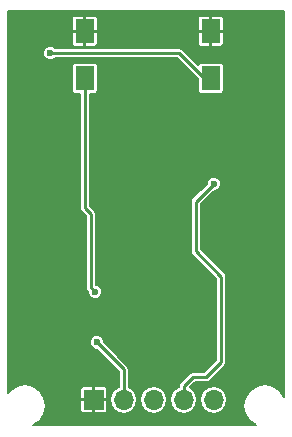
<source format=gbr>
G04 #@! TF.FileFunction,Copper,L2,Bot,Signal*
%FSLAX46Y46*%
G04 Gerber Fmt 4.6, Leading zero omitted, Abs format (unit mm)*
G04 Created by KiCad (PCBNEW 4.0.4-stable) date 04/19/19 18:38:00*
%MOMM*%
%LPD*%
G01*
G04 APERTURE LIST*
%ADD10C,0.100000*%
%ADD11R,1.600000X2.000000*%
%ADD12R,1.700000X1.700000*%
%ADD13O,1.700000X1.700000*%
%ADD14C,0.600000*%
%ADD15C,0.250000*%
%ADD16C,0.200000*%
G04 APERTURE END LIST*
D10*
D11*
X107188000Y-71850000D03*
X107188000Y-67850000D03*
X117856000Y-71850000D03*
X117856000Y-67850000D03*
D12*
X107950000Y-99060000D03*
D13*
X110490000Y-99060000D03*
X113030000Y-99060000D03*
X115570000Y-99060000D03*
X118110000Y-99060000D03*
D14*
X108077000Y-89916000D03*
X107061000Y-71755000D03*
X117348000Y-94202000D03*
X112776000Y-90170000D03*
X117729000Y-67691000D03*
X107188000Y-67691000D03*
X108204000Y-94202000D03*
X104267000Y-69723000D03*
X118110000Y-80772000D03*
D15*
X107188000Y-71850000D02*
X107188000Y-82804000D01*
X107696000Y-89535000D02*
X108077000Y-89916000D01*
X107696000Y-83312000D02*
X107696000Y-89535000D01*
X107188000Y-82804000D02*
X107696000Y-83312000D01*
X107061000Y-71755000D02*
X107156000Y-71850000D01*
X107156000Y-71850000D02*
X107188000Y-71850000D01*
X112776000Y-92075000D02*
X112776000Y-90170000D01*
X112903000Y-92202000D02*
X112776000Y-92075000D01*
X115348000Y-92202000D02*
X112903000Y-92202000D01*
X117348000Y-94202000D02*
X115348000Y-92202000D01*
X117729000Y-67691000D02*
X117856000Y-67818000D01*
X117856000Y-67818000D02*
X117856000Y-67850000D01*
X107188000Y-67691000D02*
X107188000Y-67850000D01*
X107188000Y-67850000D02*
X117856000Y-67850000D01*
X110490000Y-96488000D02*
X110490000Y-99060000D01*
X108204000Y-94202000D02*
X110490000Y-96488000D01*
X117856000Y-71850000D02*
X117316000Y-71850000D01*
X117316000Y-71850000D02*
X115189000Y-69723000D01*
X115189000Y-69723000D02*
X104267000Y-69723000D01*
X115570000Y-97917000D02*
X115570000Y-99060000D01*
X116332000Y-97155000D02*
X115570000Y-97917000D01*
X117475000Y-97155000D02*
X116332000Y-97155000D01*
X118745000Y-95885000D02*
X117475000Y-97155000D01*
X118745000Y-88646000D02*
X118745000Y-95885000D01*
X116586000Y-86487000D02*
X118745000Y-88646000D01*
X116586000Y-82296000D02*
X116586000Y-86487000D01*
X118110000Y-80772000D02*
X116586000Y-82296000D01*
D16*
G36*
X124085000Y-98849311D02*
X123709165Y-98286835D01*
X123121362Y-97894077D01*
X122428000Y-97756159D01*
X121734638Y-97894077D01*
X121146835Y-98286835D01*
X120754077Y-98874638D01*
X120616159Y-99568000D01*
X120754077Y-100261362D01*
X121146835Y-100849165D01*
X121709311Y-101225000D01*
X102826689Y-101225000D01*
X103389165Y-100849165D01*
X103781923Y-100261362D01*
X103919841Y-99568000D01*
X103843658Y-99185000D01*
X106800000Y-99185000D01*
X106800000Y-99969674D01*
X106845672Y-100079937D01*
X106930064Y-100164328D01*
X107040327Y-100210000D01*
X107825000Y-100210000D01*
X107900000Y-100135000D01*
X107900000Y-99110000D01*
X108000000Y-99110000D01*
X108000000Y-100135000D01*
X108075000Y-100210000D01*
X108859673Y-100210000D01*
X108969936Y-100164328D01*
X109054328Y-100079937D01*
X109100000Y-99969674D01*
X109100000Y-99185000D01*
X109025000Y-99110000D01*
X108000000Y-99110000D01*
X107900000Y-99110000D01*
X106875000Y-99110000D01*
X106800000Y-99185000D01*
X103843658Y-99185000D01*
X103781923Y-98874638D01*
X103389165Y-98286835D01*
X103184866Y-98150326D01*
X106800000Y-98150326D01*
X106800000Y-98935000D01*
X106875000Y-99010000D01*
X107900000Y-99010000D01*
X107900000Y-97985000D01*
X108000000Y-97985000D01*
X108000000Y-99010000D01*
X109025000Y-99010000D01*
X109100000Y-98935000D01*
X109100000Y-98150326D01*
X109054328Y-98040063D01*
X108969936Y-97955672D01*
X108859673Y-97910000D01*
X108075000Y-97910000D01*
X108000000Y-97985000D01*
X107900000Y-97985000D01*
X107825000Y-97910000D01*
X107040327Y-97910000D01*
X106930064Y-97955672D01*
X106845672Y-98040063D01*
X106800000Y-98150326D01*
X103184866Y-98150326D01*
X102801362Y-97894077D01*
X102108000Y-97756159D01*
X101414638Y-97894077D01*
X100826835Y-98286835D01*
X100705000Y-98469174D01*
X100705000Y-94320824D01*
X107603896Y-94320824D01*
X107695048Y-94541429D01*
X107863683Y-94710359D01*
X108084129Y-94801896D01*
X108202959Y-94802000D01*
X110065000Y-96664041D01*
X110065000Y-97972008D01*
X110049914Y-97975009D01*
X109676827Y-98224297D01*
X109427539Y-98597384D01*
X109340000Y-99037470D01*
X109340000Y-99082530D01*
X109427539Y-99522616D01*
X109676827Y-99895703D01*
X110049914Y-100144991D01*
X110490000Y-100232530D01*
X110930086Y-100144991D01*
X111303173Y-99895703D01*
X111552461Y-99522616D01*
X111640000Y-99082530D01*
X111640000Y-99037470D01*
X111880000Y-99037470D01*
X111880000Y-99082530D01*
X111967539Y-99522616D01*
X112216827Y-99895703D01*
X112589914Y-100144991D01*
X113030000Y-100232530D01*
X113470086Y-100144991D01*
X113843173Y-99895703D01*
X114092461Y-99522616D01*
X114180000Y-99082530D01*
X114180000Y-99037470D01*
X114420000Y-99037470D01*
X114420000Y-99082530D01*
X114507539Y-99522616D01*
X114756827Y-99895703D01*
X115129914Y-100144991D01*
X115570000Y-100232530D01*
X116010086Y-100144991D01*
X116383173Y-99895703D01*
X116632461Y-99522616D01*
X116720000Y-99082530D01*
X116720000Y-99037470D01*
X116960000Y-99037470D01*
X116960000Y-99082530D01*
X117047539Y-99522616D01*
X117296827Y-99895703D01*
X117669914Y-100144991D01*
X118110000Y-100232530D01*
X118550086Y-100144991D01*
X118923173Y-99895703D01*
X119172461Y-99522616D01*
X119260000Y-99082530D01*
X119260000Y-99037470D01*
X119172461Y-98597384D01*
X118923173Y-98224297D01*
X118550086Y-97975009D01*
X118110000Y-97887470D01*
X117669914Y-97975009D01*
X117296827Y-98224297D01*
X117047539Y-98597384D01*
X116960000Y-99037470D01*
X116720000Y-99037470D01*
X116632461Y-98597384D01*
X116383173Y-98224297D01*
X116071797Y-98016243D01*
X116508041Y-97580000D01*
X117475000Y-97580000D01*
X117610657Y-97553016D01*
X117637641Y-97547649D01*
X117775520Y-97455520D01*
X119045520Y-96185521D01*
X119107078Y-96093392D01*
X119137649Y-96047640D01*
X119170000Y-95885000D01*
X119170000Y-88646000D01*
X119137649Y-88483360D01*
X119137649Y-88483359D01*
X119045520Y-88345480D01*
X117011000Y-86310960D01*
X117011000Y-82472040D01*
X118111039Y-81372001D01*
X118228824Y-81372104D01*
X118449429Y-81280952D01*
X118618359Y-81112317D01*
X118709896Y-80891871D01*
X118710104Y-80653176D01*
X118618952Y-80432571D01*
X118450317Y-80263641D01*
X118229871Y-80172104D01*
X117991176Y-80171896D01*
X117770571Y-80263048D01*
X117601641Y-80431683D01*
X117510104Y-80652129D01*
X117510000Y-80770959D01*
X116285480Y-81995480D01*
X116193351Y-82133359D01*
X116193351Y-82133360D01*
X116161000Y-82296000D01*
X116161000Y-86487000D01*
X116187984Y-86622657D01*
X116193351Y-86649641D01*
X116285480Y-86787520D01*
X118320000Y-88822040D01*
X118320000Y-95708959D01*
X117298960Y-96730000D01*
X116332000Y-96730000D01*
X116169359Y-96762351D01*
X116031480Y-96854479D01*
X115269480Y-97616480D01*
X115177351Y-97754359D01*
X115177351Y-97754360D01*
X115145000Y-97917000D01*
X115145000Y-97972008D01*
X115129914Y-97975009D01*
X114756827Y-98224297D01*
X114507539Y-98597384D01*
X114420000Y-99037470D01*
X114180000Y-99037470D01*
X114092461Y-98597384D01*
X113843173Y-98224297D01*
X113470086Y-97975009D01*
X113030000Y-97887470D01*
X112589914Y-97975009D01*
X112216827Y-98224297D01*
X111967539Y-98597384D01*
X111880000Y-99037470D01*
X111640000Y-99037470D01*
X111552461Y-98597384D01*
X111303173Y-98224297D01*
X110930086Y-97975009D01*
X110915000Y-97972008D01*
X110915000Y-96488000D01*
X110882649Y-96325360D01*
X110850769Y-96277649D01*
X110790520Y-96187479D01*
X108804001Y-94200961D01*
X108804104Y-94083176D01*
X108712952Y-93862571D01*
X108544317Y-93693641D01*
X108323871Y-93602104D01*
X108085176Y-93601896D01*
X107864571Y-93693048D01*
X107695641Y-93861683D01*
X107604104Y-94082129D01*
X107603896Y-94320824D01*
X100705000Y-94320824D01*
X100705000Y-70850000D01*
X106082123Y-70850000D01*
X106082123Y-72850000D01*
X106103042Y-72961173D01*
X106168745Y-73063279D01*
X106268997Y-73131778D01*
X106388000Y-73155877D01*
X106763000Y-73155877D01*
X106763000Y-82804000D01*
X106779510Y-82887000D01*
X106795351Y-82966641D01*
X106887480Y-83104520D01*
X107271000Y-83488041D01*
X107271000Y-89535000D01*
X107297984Y-89670657D01*
X107303351Y-89697641D01*
X107395480Y-89835520D01*
X107476999Y-89917039D01*
X107476896Y-90034824D01*
X107568048Y-90255429D01*
X107736683Y-90424359D01*
X107957129Y-90515896D01*
X108195824Y-90516104D01*
X108416429Y-90424952D01*
X108585359Y-90256317D01*
X108676896Y-90035871D01*
X108677104Y-89797176D01*
X108585952Y-89576571D01*
X108417317Y-89407641D01*
X108196871Y-89316104D01*
X108121000Y-89316038D01*
X108121000Y-83312000D01*
X108088649Y-83149360D01*
X108058078Y-83103608D01*
X107996520Y-83011479D01*
X107613000Y-82627960D01*
X107613000Y-73155877D01*
X107988000Y-73155877D01*
X108099173Y-73134958D01*
X108201279Y-73069255D01*
X108269778Y-72969003D01*
X108293877Y-72850000D01*
X108293877Y-70850000D01*
X108272958Y-70738827D01*
X108207255Y-70636721D01*
X108107003Y-70568222D01*
X107988000Y-70544123D01*
X106388000Y-70544123D01*
X106276827Y-70565042D01*
X106174721Y-70630745D01*
X106106222Y-70730997D01*
X106082123Y-70850000D01*
X100705000Y-70850000D01*
X100705000Y-69841824D01*
X103666896Y-69841824D01*
X103758048Y-70062429D01*
X103926683Y-70231359D01*
X104147129Y-70322896D01*
X104385824Y-70323104D01*
X104606429Y-70231952D01*
X104690528Y-70148000D01*
X115012960Y-70148000D01*
X116750123Y-71885164D01*
X116750123Y-72850000D01*
X116771042Y-72961173D01*
X116836745Y-73063279D01*
X116936997Y-73131778D01*
X117056000Y-73155877D01*
X118656000Y-73155877D01*
X118767173Y-73134958D01*
X118869279Y-73069255D01*
X118937778Y-72969003D01*
X118961877Y-72850000D01*
X118961877Y-70850000D01*
X118940958Y-70738827D01*
X118875255Y-70636721D01*
X118775003Y-70568222D01*
X118656000Y-70544123D01*
X117056000Y-70544123D01*
X116944827Y-70565042D01*
X116842721Y-70630745D01*
X116783889Y-70716849D01*
X115489520Y-69422480D01*
X115351641Y-69330351D01*
X115324657Y-69324984D01*
X115189000Y-69298000D01*
X104690530Y-69298000D01*
X104607317Y-69214641D01*
X104386871Y-69123104D01*
X104148176Y-69122896D01*
X103927571Y-69214048D01*
X103758641Y-69382683D01*
X103667104Y-69603129D01*
X103666896Y-69841824D01*
X100705000Y-69841824D01*
X100705000Y-67975000D01*
X106088000Y-67975000D01*
X106088000Y-68909674D01*
X106133672Y-69019937D01*
X106218064Y-69104328D01*
X106328327Y-69150000D01*
X107063000Y-69150000D01*
X107138000Y-69075000D01*
X107138000Y-67900000D01*
X107238000Y-67900000D01*
X107238000Y-69075000D01*
X107313000Y-69150000D01*
X108047673Y-69150000D01*
X108157936Y-69104328D01*
X108242328Y-69019937D01*
X108288000Y-68909674D01*
X108288000Y-67975000D01*
X116756000Y-67975000D01*
X116756000Y-68909674D01*
X116801672Y-69019937D01*
X116886064Y-69104328D01*
X116996327Y-69150000D01*
X117731000Y-69150000D01*
X117806000Y-69075000D01*
X117806000Y-67900000D01*
X117906000Y-67900000D01*
X117906000Y-69075000D01*
X117981000Y-69150000D01*
X118715673Y-69150000D01*
X118825936Y-69104328D01*
X118910328Y-69019937D01*
X118956000Y-68909674D01*
X118956000Y-67975000D01*
X118881000Y-67900000D01*
X117906000Y-67900000D01*
X117806000Y-67900000D01*
X116831000Y-67900000D01*
X116756000Y-67975000D01*
X108288000Y-67975000D01*
X108213000Y-67900000D01*
X107238000Y-67900000D01*
X107138000Y-67900000D01*
X106163000Y-67900000D01*
X106088000Y-67975000D01*
X100705000Y-67975000D01*
X100705000Y-66790326D01*
X106088000Y-66790326D01*
X106088000Y-67725000D01*
X106163000Y-67800000D01*
X107138000Y-67800000D01*
X107138000Y-66625000D01*
X107238000Y-66625000D01*
X107238000Y-67800000D01*
X108213000Y-67800000D01*
X108288000Y-67725000D01*
X108288000Y-66790326D01*
X116756000Y-66790326D01*
X116756000Y-67725000D01*
X116831000Y-67800000D01*
X117806000Y-67800000D01*
X117806000Y-66625000D01*
X117906000Y-66625000D01*
X117906000Y-67800000D01*
X118881000Y-67800000D01*
X118956000Y-67725000D01*
X118956000Y-66790326D01*
X118910328Y-66680063D01*
X118825936Y-66595672D01*
X118715673Y-66550000D01*
X117981000Y-66550000D01*
X117906000Y-66625000D01*
X117806000Y-66625000D01*
X117731000Y-66550000D01*
X116996327Y-66550000D01*
X116886064Y-66595672D01*
X116801672Y-66680063D01*
X116756000Y-66790326D01*
X108288000Y-66790326D01*
X108242328Y-66680063D01*
X108157936Y-66595672D01*
X108047673Y-66550000D01*
X107313000Y-66550000D01*
X107238000Y-66625000D01*
X107138000Y-66625000D01*
X107063000Y-66550000D01*
X106328327Y-66550000D01*
X106218064Y-66595672D01*
X106133672Y-66680063D01*
X106088000Y-66790326D01*
X100705000Y-66790326D01*
X100705000Y-66140000D01*
X124085000Y-66140000D01*
X124085000Y-98849311D01*
X124085000Y-98849311D01*
G37*
X124085000Y-98849311D02*
X123709165Y-98286835D01*
X123121362Y-97894077D01*
X122428000Y-97756159D01*
X121734638Y-97894077D01*
X121146835Y-98286835D01*
X120754077Y-98874638D01*
X120616159Y-99568000D01*
X120754077Y-100261362D01*
X121146835Y-100849165D01*
X121709311Y-101225000D01*
X102826689Y-101225000D01*
X103389165Y-100849165D01*
X103781923Y-100261362D01*
X103919841Y-99568000D01*
X103843658Y-99185000D01*
X106800000Y-99185000D01*
X106800000Y-99969674D01*
X106845672Y-100079937D01*
X106930064Y-100164328D01*
X107040327Y-100210000D01*
X107825000Y-100210000D01*
X107900000Y-100135000D01*
X107900000Y-99110000D01*
X108000000Y-99110000D01*
X108000000Y-100135000D01*
X108075000Y-100210000D01*
X108859673Y-100210000D01*
X108969936Y-100164328D01*
X109054328Y-100079937D01*
X109100000Y-99969674D01*
X109100000Y-99185000D01*
X109025000Y-99110000D01*
X108000000Y-99110000D01*
X107900000Y-99110000D01*
X106875000Y-99110000D01*
X106800000Y-99185000D01*
X103843658Y-99185000D01*
X103781923Y-98874638D01*
X103389165Y-98286835D01*
X103184866Y-98150326D01*
X106800000Y-98150326D01*
X106800000Y-98935000D01*
X106875000Y-99010000D01*
X107900000Y-99010000D01*
X107900000Y-97985000D01*
X108000000Y-97985000D01*
X108000000Y-99010000D01*
X109025000Y-99010000D01*
X109100000Y-98935000D01*
X109100000Y-98150326D01*
X109054328Y-98040063D01*
X108969936Y-97955672D01*
X108859673Y-97910000D01*
X108075000Y-97910000D01*
X108000000Y-97985000D01*
X107900000Y-97985000D01*
X107825000Y-97910000D01*
X107040327Y-97910000D01*
X106930064Y-97955672D01*
X106845672Y-98040063D01*
X106800000Y-98150326D01*
X103184866Y-98150326D01*
X102801362Y-97894077D01*
X102108000Y-97756159D01*
X101414638Y-97894077D01*
X100826835Y-98286835D01*
X100705000Y-98469174D01*
X100705000Y-94320824D01*
X107603896Y-94320824D01*
X107695048Y-94541429D01*
X107863683Y-94710359D01*
X108084129Y-94801896D01*
X108202959Y-94802000D01*
X110065000Y-96664041D01*
X110065000Y-97972008D01*
X110049914Y-97975009D01*
X109676827Y-98224297D01*
X109427539Y-98597384D01*
X109340000Y-99037470D01*
X109340000Y-99082530D01*
X109427539Y-99522616D01*
X109676827Y-99895703D01*
X110049914Y-100144991D01*
X110490000Y-100232530D01*
X110930086Y-100144991D01*
X111303173Y-99895703D01*
X111552461Y-99522616D01*
X111640000Y-99082530D01*
X111640000Y-99037470D01*
X111880000Y-99037470D01*
X111880000Y-99082530D01*
X111967539Y-99522616D01*
X112216827Y-99895703D01*
X112589914Y-100144991D01*
X113030000Y-100232530D01*
X113470086Y-100144991D01*
X113843173Y-99895703D01*
X114092461Y-99522616D01*
X114180000Y-99082530D01*
X114180000Y-99037470D01*
X114420000Y-99037470D01*
X114420000Y-99082530D01*
X114507539Y-99522616D01*
X114756827Y-99895703D01*
X115129914Y-100144991D01*
X115570000Y-100232530D01*
X116010086Y-100144991D01*
X116383173Y-99895703D01*
X116632461Y-99522616D01*
X116720000Y-99082530D01*
X116720000Y-99037470D01*
X116960000Y-99037470D01*
X116960000Y-99082530D01*
X117047539Y-99522616D01*
X117296827Y-99895703D01*
X117669914Y-100144991D01*
X118110000Y-100232530D01*
X118550086Y-100144991D01*
X118923173Y-99895703D01*
X119172461Y-99522616D01*
X119260000Y-99082530D01*
X119260000Y-99037470D01*
X119172461Y-98597384D01*
X118923173Y-98224297D01*
X118550086Y-97975009D01*
X118110000Y-97887470D01*
X117669914Y-97975009D01*
X117296827Y-98224297D01*
X117047539Y-98597384D01*
X116960000Y-99037470D01*
X116720000Y-99037470D01*
X116632461Y-98597384D01*
X116383173Y-98224297D01*
X116071797Y-98016243D01*
X116508041Y-97580000D01*
X117475000Y-97580000D01*
X117610657Y-97553016D01*
X117637641Y-97547649D01*
X117775520Y-97455520D01*
X119045520Y-96185521D01*
X119107078Y-96093392D01*
X119137649Y-96047640D01*
X119170000Y-95885000D01*
X119170000Y-88646000D01*
X119137649Y-88483360D01*
X119137649Y-88483359D01*
X119045520Y-88345480D01*
X117011000Y-86310960D01*
X117011000Y-82472040D01*
X118111039Y-81372001D01*
X118228824Y-81372104D01*
X118449429Y-81280952D01*
X118618359Y-81112317D01*
X118709896Y-80891871D01*
X118710104Y-80653176D01*
X118618952Y-80432571D01*
X118450317Y-80263641D01*
X118229871Y-80172104D01*
X117991176Y-80171896D01*
X117770571Y-80263048D01*
X117601641Y-80431683D01*
X117510104Y-80652129D01*
X117510000Y-80770959D01*
X116285480Y-81995480D01*
X116193351Y-82133359D01*
X116193351Y-82133360D01*
X116161000Y-82296000D01*
X116161000Y-86487000D01*
X116187984Y-86622657D01*
X116193351Y-86649641D01*
X116285480Y-86787520D01*
X118320000Y-88822040D01*
X118320000Y-95708959D01*
X117298960Y-96730000D01*
X116332000Y-96730000D01*
X116169359Y-96762351D01*
X116031480Y-96854479D01*
X115269480Y-97616480D01*
X115177351Y-97754359D01*
X115177351Y-97754360D01*
X115145000Y-97917000D01*
X115145000Y-97972008D01*
X115129914Y-97975009D01*
X114756827Y-98224297D01*
X114507539Y-98597384D01*
X114420000Y-99037470D01*
X114180000Y-99037470D01*
X114092461Y-98597384D01*
X113843173Y-98224297D01*
X113470086Y-97975009D01*
X113030000Y-97887470D01*
X112589914Y-97975009D01*
X112216827Y-98224297D01*
X111967539Y-98597384D01*
X111880000Y-99037470D01*
X111640000Y-99037470D01*
X111552461Y-98597384D01*
X111303173Y-98224297D01*
X110930086Y-97975009D01*
X110915000Y-97972008D01*
X110915000Y-96488000D01*
X110882649Y-96325360D01*
X110850769Y-96277649D01*
X110790520Y-96187479D01*
X108804001Y-94200961D01*
X108804104Y-94083176D01*
X108712952Y-93862571D01*
X108544317Y-93693641D01*
X108323871Y-93602104D01*
X108085176Y-93601896D01*
X107864571Y-93693048D01*
X107695641Y-93861683D01*
X107604104Y-94082129D01*
X107603896Y-94320824D01*
X100705000Y-94320824D01*
X100705000Y-70850000D01*
X106082123Y-70850000D01*
X106082123Y-72850000D01*
X106103042Y-72961173D01*
X106168745Y-73063279D01*
X106268997Y-73131778D01*
X106388000Y-73155877D01*
X106763000Y-73155877D01*
X106763000Y-82804000D01*
X106779510Y-82887000D01*
X106795351Y-82966641D01*
X106887480Y-83104520D01*
X107271000Y-83488041D01*
X107271000Y-89535000D01*
X107297984Y-89670657D01*
X107303351Y-89697641D01*
X107395480Y-89835520D01*
X107476999Y-89917039D01*
X107476896Y-90034824D01*
X107568048Y-90255429D01*
X107736683Y-90424359D01*
X107957129Y-90515896D01*
X108195824Y-90516104D01*
X108416429Y-90424952D01*
X108585359Y-90256317D01*
X108676896Y-90035871D01*
X108677104Y-89797176D01*
X108585952Y-89576571D01*
X108417317Y-89407641D01*
X108196871Y-89316104D01*
X108121000Y-89316038D01*
X108121000Y-83312000D01*
X108088649Y-83149360D01*
X108058078Y-83103608D01*
X107996520Y-83011479D01*
X107613000Y-82627960D01*
X107613000Y-73155877D01*
X107988000Y-73155877D01*
X108099173Y-73134958D01*
X108201279Y-73069255D01*
X108269778Y-72969003D01*
X108293877Y-72850000D01*
X108293877Y-70850000D01*
X108272958Y-70738827D01*
X108207255Y-70636721D01*
X108107003Y-70568222D01*
X107988000Y-70544123D01*
X106388000Y-70544123D01*
X106276827Y-70565042D01*
X106174721Y-70630745D01*
X106106222Y-70730997D01*
X106082123Y-70850000D01*
X100705000Y-70850000D01*
X100705000Y-69841824D01*
X103666896Y-69841824D01*
X103758048Y-70062429D01*
X103926683Y-70231359D01*
X104147129Y-70322896D01*
X104385824Y-70323104D01*
X104606429Y-70231952D01*
X104690528Y-70148000D01*
X115012960Y-70148000D01*
X116750123Y-71885164D01*
X116750123Y-72850000D01*
X116771042Y-72961173D01*
X116836745Y-73063279D01*
X116936997Y-73131778D01*
X117056000Y-73155877D01*
X118656000Y-73155877D01*
X118767173Y-73134958D01*
X118869279Y-73069255D01*
X118937778Y-72969003D01*
X118961877Y-72850000D01*
X118961877Y-70850000D01*
X118940958Y-70738827D01*
X118875255Y-70636721D01*
X118775003Y-70568222D01*
X118656000Y-70544123D01*
X117056000Y-70544123D01*
X116944827Y-70565042D01*
X116842721Y-70630745D01*
X116783889Y-70716849D01*
X115489520Y-69422480D01*
X115351641Y-69330351D01*
X115324657Y-69324984D01*
X115189000Y-69298000D01*
X104690530Y-69298000D01*
X104607317Y-69214641D01*
X104386871Y-69123104D01*
X104148176Y-69122896D01*
X103927571Y-69214048D01*
X103758641Y-69382683D01*
X103667104Y-69603129D01*
X103666896Y-69841824D01*
X100705000Y-69841824D01*
X100705000Y-67975000D01*
X106088000Y-67975000D01*
X106088000Y-68909674D01*
X106133672Y-69019937D01*
X106218064Y-69104328D01*
X106328327Y-69150000D01*
X107063000Y-69150000D01*
X107138000Y-69075000D01*
X107138000Y-67900000D01*
X107238000Y-67900000D01*
X107238000Y-69075000D01*
X107313000Y-69150000D01*
X108047673Y-69150000D01*
X108157936Y-69104328D01*
X108242328Y-69019937D01*
X108288000Y-68909674D01*
X108288000Y-67975000D01*
X116756000Y-67975000D01*
X116756000Y-68909674D01*
X116801672Y-69019937D01*
X116886064Y-69104328D01*
X116996327Y-69150000D01*
X117731000Y-69150000D01*
X117806000Y-69075000D01*
X117806000Y-67900000D01*
X117906000Y-67900000D01*
X117906000Y-69075000D01*
X117981000Y-69150000D01*
X118715673Y-69150000D01*
X118825936Y-69104328D01*
X118910328Y-69019937D01*
X118956000Y-68909674D01*
X118956000Y-67975000D01*
X118881000Y-67900000D01*
X117906000Y-67900000D01*
X117806000Y-67900000D01*
X116831000Y-67900000D01*
X116756000Y-67975000D01*
X108288000Y-67975000D01*
X108213000Y-67900000D01*
X107238000Y-67900000D01*
X107138000Y-67900000D01*
X106163000Y-67900000D01*
X106088000Y-67975000D01*
X100705000Y-67975000D01*
X100705000Y-66790326D01*
X106088000Y-66790326D01*
X106088000Y-67725000D01*
X106163000Y-67800000D01*
X107138000Y-67800000D01*
X107138000Y-66625000D01*
X107238000Y-66625000D01*
X107238000Y-67800000D01*
X108213000Y-67800000D01*
X108288000Y-67725000D01*
X108288000Y-66790326D01*
X116756000Y-66790326D01*
X116756000Y-67725000D01*
X116831000Y-67800000D01*
X117806000Y-67800000D01*
X117806000Y-66625000D01*
X117906000Y-66625000D01*
X117906000Y-67800000D01*
X118881000Y-67800000D01*
X118956000Y-67725000D01*
X118956000Y-66790326D01*
X118910328Y-66680063D01*
X118825936Y-66595672D01*
X118715673Y-66550000D01*
X117981000Y-66550000D01*
X117906000Y-66625000D01*
X117806000Y-66625000D01*
X117731000Y-66550000D01*
X116996327Y-66550000D01*
X116886064Y-66595672D01*
X116801672Y-66680063D01*
X116756000Y-66790326D01*
X108288000Y-66790326D01*
X108242328Y-66680063D01*
X108157936Y-66595672D01*
X108047673Y-66550000D01*
X107313000Y-66550000D01*
X107238000Y-66625000D01*
X107138000Y-66625000D01*
X107063000Y-66550000D01*
X106328327Y-66550000D01*
X106218064Y-66595672D01*
X106133672Y-66680063D01*
X106088000Y-66790326D01*
X100705000Y-66790326D01*
X100705000Y-66140000D01*
X124085000Y-66140000D01*
X124085000Y-98849311D01*
M02*

</source>
